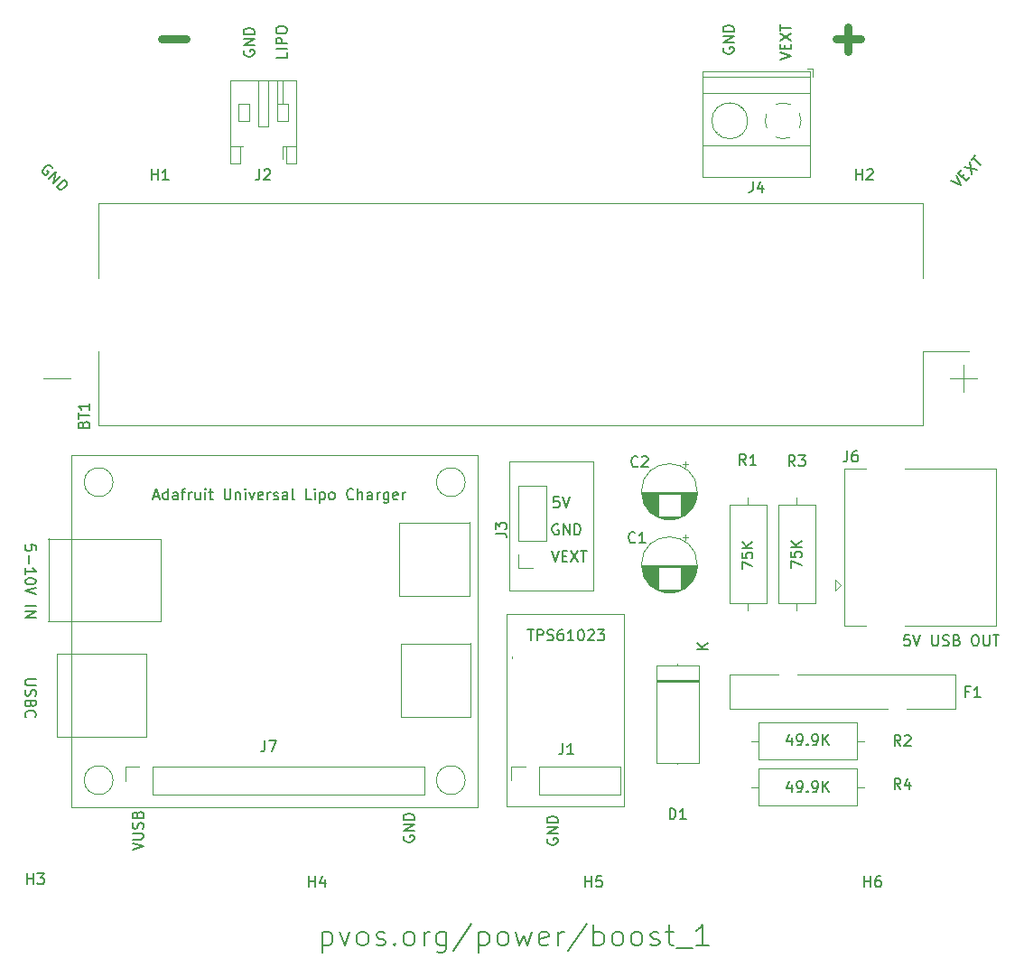
<source format=gbr>
%TF.GenerationSoftware,KiCad,Pcbnew,5.1.6-c6e7f7d~87~ubuntu18.04.1*%
%TF.CreationDate,2021-10-05T10:28:48-04:00*%
%TF.ProjectId,boosta,626f6f73-7461-42e6-9b69-6361645f7063,rev?*%
%TF.SameCoordinates,Original*%
%TF.FileFunction,Legend,Top*%
%TF.FilePolarity,Positive*%
%FSLAX46Y46*%
G04 Gerber Fmt 4.6, Leading zero omitted, Abs format (unit mm)*
G04 Created by KiCad (PCBNEW 5.1.6-c6e7f7d~87~ubuntu18.04.1) date 2021-10-05 10:28:48*
%MOMM*%
%LPD*%
G01*
G04 APERTURE LIST*
%ADD10C,0.150000*%
%ADD11C,0.750000*%
%ADD12C,0.120000*%
G04 APERTURE END LIST*
D10*
X113975047Y-135596380D02*
X113498857Y-135596380D01*
X113451238Y-136072571D01*
X113498857Y-136024952D01*
X113594095Y-135977333D01*
X113832190Y-135977333D01*
X113927428Y-136024952D01*
X113975047Y-136072571D01*
X114022666Y-136167809D01*
X114022666Y-136405904D01*
X113975047Y-136501142D01*
X113927428Y-136548761D01*
X113832190Y-136596380D01*
X113594095Y-136596380D01*
X113498857Y-136548761D01*
X113451238Y-136501142D01*
X114308380Y-135596380D02*
X114641714Y-136596380D01*
X114975047Y-135596380D01*
X116070285Y-135596380D02*
X116070285Y-136405904D01*
X116117904Y-136501142D01*
X116165523Y-136548761D01*
X116260761Y-136596380D01*
X116451238Y-136596380D01*
X116546476Y-136548761D01*
X116594095Y-136501142D01*
X116641714Y-136405904D01*
X116641714Y-135596380D01*
X117070285Y-136548761D02*
X117213142Y-136596380D01*
X117451238Y-136596380D01*
X117546476Y-136548761D01*
X117594095Y-136501142D01*
X117641714Y-136405904D01*
X117641714Y-136310666D01*
X117594095Y-136215428D01*
X117546476Y-136167809D01*
X117451238Y-136120190D01*
X117260761Y-136072571D01*
X117165523Y-136024952D01*
X117117904Y-135977333D01*
X117070285Y-135882095D01*
X117070285Y-135786857D01*
X117117904Y-135691619D01*
X117165523Y-135644000D01*
X117260761Y-135596380D01*
X117498857Y-135596380D01*
X117641714Y-135644000D01*
X118403619Y-136072571D02*
X118546476Y-136120190D01*
X118594095Y-136167809D01*
X118641714Y-136263047D01*
X118641714Y-136405904D01*
X118594095Y-136501142D01*
X118546476Y-136548761D01*
X118451238Y-136596380D01*
X118070285Y-136596380D01*
X118070285Y-135596380D01*
X118403619Y-135596380D01*
X118498857Y-135644000D01*
X118546476Y-135691619D01*
X118594095Y-135786857D01*
X118594095Y-135882095D01*
X118546476Y-135977333D01*
X118498857Y-136024952D01*
X118403619Y-136072571D01*
X118070285Y-136072571D01*
X120022666Y-135596380D02*
X120213142Y-135596380D01*
X120308380Y-135644000D01*
X120403619Y-135739238D01*
X120451238Y-135929714D01*
X120451238Y-136263047D01*
X120403619Y-136453523D01*
X120308380Y-136548761D01*
X120213142Y-136596380D01*
X120022666Y-136596380D01*
X119927428Y-136548761D01*
X119832190Y-136453523D01*
X119784571Y-136263047D01*
X119784571Y-135929714D01*
X119832190Y-135739238D01*
X119927428Y-135644000D01*
X120022666Y-135596380D01*
X120879809Y-135596380D02*
X120879809Y-136405904D01*
X120927428Y-136501142D01*
X120975047Y-136548761D01*
X121070285Y-136596380D01*
X121260761Y-136596380D01*
X121356000Y-136548761D01*
X121403619Y-136501142D01*
X121451238Y-136405904D01*
X121451238Y-135596380D01*
X121784571Y-135596380D02*
X122356000Y-135596380D01*
X122070285Y-136596380D02*
X122070285Y-135596380D01*
X32043619Y-139716095D02*
X31234095Y-139716095D01*
X31138857Y-139763714D01*
X31091238Y-139811333D01*
X31043619Y-139906571D01*
X31043619Y-140097047D01*
X31091238Y-140192285D01*
X31138857Y-140239904D01*
X31234095Y-140287523D01*
X32043619Y-140287523D01*
X31091238Y-140716095D02*
X31043619Y-140858952D01*
X31043619Y-141097047D01*
X31091238Y-141192285D01*
X31138857Y-141239904D01*
X31234095Y-141287523D01*
X31329333Y-141287523D01*
X31424571Y-141239904D01*
X31472190Y-141192285D01*
X31519809Y-141097047D01*
X31567428Y-140906571D01*
X31615047Y-140811333D01*
X31662666Y-140763714D01*
X31757904Y-140716095D01*
X31853142Y-140716095D01*
X31948380Y-140763714D01*
X31996000Y-140811333D01*
X32043619Y-140906571D01*
X32043619Y-141144666D01*
X31996000Y-141287523D01*
X31567428Y-142049428D02*
X31519809Y-142192285D01*
X31472190Y-142239904D01*
X31376952Y-142287523D01*
X31234095Y-142287523D01*
X31138857Y-142239904D01*
X31091238Y-142192285D01*
X31043619Y-142097047D01*
X31043619Y-141716095D01*
X32043619Y-141716095D01*
X32043619Y-142049428D01*
X31996000Y-142144666D01*
X31948380Y-142192285D01*
X31853142Y-142239904D01*
X31757904Y-142239904D01*
X31662666Y-142192285D01*
X31615047Y-142144666D01*
X31567428Y-142049428D01*
X31567428Y-141716095D01*
X31138857Y-143287523D02*
X31091238Y-143239904D01*
X31043619Y-143097047D01*
X31043619Y-143001809D01*
X31091238Y-142858952D01*
X31186476Y-142763714D01*
X31281714Y-142716095D01*
X31472190Y-142668476D01*
X31615047Y-142668476D01*
X31805523Y-142716095D01*
X31900761Y-142763714D01*
X31996000Y-142858952D01*
X32043619Y-143001809D01*
X32043619Y-143097047D01*
X31996000Y-143239904D01*
X31948380Y-143287523D01*
X32043619Y-127651238D02*
X32043619Y-127175047D01*
X31567428Y-127127428D01*
X31615047Y-127175047D01*
X31662666Y-127270285D01*
X31662666Y-127508380D01*
X31615047Y-127603619D01*
X31567428Y-127651238D01*
X31472190Y-127698857D01*
X31234095Y-127698857D01*
X31138857Y-127651238D01*
X31091238Y-127603619D01*
X31043619Y-127508380D01*
X31043619Y-127270285D01*
X31091238Y-127175047D01*
X31138857Y-127127428D01*
X31424571Y-128127428D02*
X31424571Y-128889333D01*
X31043619Y-129889333D02*
X31043619Y-129317904D01*
X31043619Y-129603619D02*
X32043619Y-129603619D01*
X31900761Y-129508380D01*
X31805523Y-129413142D01*
X31757904Y-129317904D01*
X32043619Y-130508380D02*
X32043619Y-130603619D01*
X31996000Y-130698857D01*
X31948380Y-130746476D01*
X31853142Y-130794095D01*
X31662666Y-130841714D01*
X31424571Y-130841714D01*
X31234095Y-130794095D01*
X31138857Y-130746476D01*
X31091238Y-130698857D01*
X31043619Y-130603619D01*
X31043619Y-130508380D01*
X31091238Y-130413142D01*
X31138857Y-130365523D01*
X31234095Y-130317904D01*
X31424571Y-130270285D01*
X31662666Y-130270285D01*
X31853142Y-130317904D01*
X31948380Y-130365523D01*
X31996000Y-130413142D01*
X32043619Y-130508380D01*
X32043619Y-131127428D02*
X31043619Y-131460761D01*
X32043619Y-131794095D01*
X31043619Y-132889333D02*
X32043619Y-132889333D01*
X31043619Y-133365523D02*
X32043619Y-133365523D01*
X31043619Y-133936952D01*
X32043619Y-133936952D01*
X78145142Y-135088380D02*
X78716571Y-135088380D01*
X78430857Y-136088380D02*
X78430857Y-135088380D01*
X79049904Y-136088380D02*
X79049904Y-135088380D01*
X79430857Y-135088380D01*
X79526095Y-135136000D01*
X79573714Y-135183619D01*
X79621333Y-135278857D01*
X79621333Y-135421714D01*
X79573714Y-135516952D01*
X79526095Y-135564571D01*
X79430857Y-135612190D01*
X79049904Y-135612190D01*
X80002285Y-136040761D02*
X80145142Y-136088380D01*
X80383238Y-136088380D01*
X80478476Y-136040761D01*
X80526095Y-135993142D01*
X80573714Y-135897904D01*
X80573714Y-135802666D01*
X80526095Y-135707428D01*
X80478476Y-135659809D01*
X80383238Y-135612190D01*
X80192761Y-135564571D01*
X80097523Y-135516952D01*
X80049904Y-135469333D01*
X80002285Y-135374095D01*
X80002285Y-135278857D01*
X80049904Y-135183619D01*
X80097523Y-135136000D01*
X80192761Y-135088380D01*
X80430857Y-135088380D01*
X80573714Y-135136000D01*
X81430857Y-135088380D02*
X81240380Y-135088380D01*
X81145142Y-135136000D01*
X81097523Y-135183619D01*
X81002285Y-135326476D01*
X80954666Y-135516952D01*
X80954666Y-135897904D01*
X81002285Y-135993142D01*
X81049904Y-136040761D01*
X81145142Y-136088380D01*
X81335619Y-136088380D01*
X81430857Y-136040761D01*
X81478476Y-135993142D01*
X81526095Y-135897904D01*
X81526095Y-135659809D01*
X81478476Y-135564571D01*
X81430857Y-135516952D01*
X81335619Y-135469333D01*
X81145142Y-135469333D01*
X81049904Y-135516952D01*
X81002285Y-135564571D01*
X80954666Y-135659809D01*
X82478476Y-136088380D02*
X81907047Y-136088380D01*
X82192761Y-136088380D02*
X82192761Y-135088380D01*
X82097523Y-135231238D01*
X82002285Y-135326476D01*
X81907047Y-135374095D01*
X83097523Y-135088380D02*
X83192761Y-135088380D01*
X83288000Y-135136000D01*
X83335619Y-135183619D01*
X83383238Y-135278857D01*
X83430857Y-135469333D01*
X83430857Y-135707428D01*
X83383238Y-135897904D01*
X83335619Y-135993142D01*
X83288000Y-136040761D01*
X83192761Y-136088380D01*
X83097523Y-136088380D01*
X83002285Y-136040761D01*
X82954666Y-135993142D01*
X82907047Y-135897904D01*
X82859428Y-135707428D01*
X82859428Y-135469333D01*
X82907047Y-135278857D01*
X82954666Y-135183619D01*
X83002285Y-135136000D01*
X83097523Y-135088380D01*
X83811809Y-135183619D02*
X83859428Y-135136000D01*
X83954666Y-135088380D01*
X84192761Y-135088380D01*
X84288000Y-135136000D01*
X84335619Y-135183619D01*
X84383238Y-135278857D01*
X84383238Y-135374095D01*
X84335619Y-135516952D01*
X83764190Y-136088380D01*
X84383238Y-136088380D01*
X84716571Y-135088380D02*
X85335619Y-135088380D01*
X85002285Y-135469333D01*
X85145142Y-135469333D01*
X85240380Y-135516952D01*
X85288000Y-135564571D01*
X85335619Y-135659809D01*
X85335619Y-135897904D01*
X85288000Y-135993142D01*
X85240380Y-136040761D01*
X85145142Y-136088380D01*
X84859428Y-136088380D01*
X84764190Y-136040761D01*
X84716571Y-135993142D01*
X43102095Y-122594666D02*
X43578285Y-122594666D01*
X43006857Y-122880380D02*
X43340190Y-121880380D01*
X43673523Y-122880380D01*
X44435428Y-122880380D02*
X44435428Y-121880380D01*
X44435428Y-122832761D02*
X44340190Y-122880380D01*
X44149714Y-122880380D01*
X44054476Y-122832761D01*
X44006857Y-122785142D01*
X43959238Y-122689904D01*
X43959238Y-122404190D01*
X44006857Y-122308952D01*
X44054476Y-122261333D01*
X44149714Y-122213714D01*
X44340190Y-122213714D01*
X44435428Y-122261333D01*
X45340190Y-122880380D02*
X45340190Y-122356571D01*
X45292571Y-122261333D01*
X45197333Y-122213714D01*
X45006857Y-122213714D01*
X44911619Y-122261333D01*
X45340190Y-122832761D02*
X45244952Y-122880380D01*
X45006857Y-122880380D01*
X44911619Y-122832761D01*
X44864000Y-122737523D01*
X44864000Y-122642285D01*
X44911619Y-122547047D01*
X45006857Y-122499428D01*
X45244952Y-122499428D01*
X45340190Y-122451809D01*
X45673523Y-122213714D02*
X46054476Y-122213714D01*
X45816380Y-122880380D02*
X45816380Y-122023238D01*
X45864000Y-121928000D01*
X45959238Y-121880380D01*
X46054476Y-121880380D01*
X46387809Y-122880380D02*
X46387809Y-122213714D01*
X46387809Y-122404190D02*
X46435428Y-122308952D01*
X46483047Y-122261333D01*
X46578285Y-122213714D01*
X46673523Y-122213714D01*
X47435428Y-122213714D02*
X47435428Y-122880380D01*
X47006857Y-122213714D02*
X47006857Y-122737523D01*
X47054476Y-122832761D01*
X47149714Y-122880380D01*
X47292571Y-122880380D01*
X47387809Y-122832761D01*
X47435428Y-122785142D01*
X47911619Y-122880380D02*
X47911619Y-122213714D01*
X47911619Y-121880380D02*
X47864000Y-121928000D01*
X47911619Y-121975619D01*
X47959238Y-121928000D01*
X47911619Y-121880380D01*
X47911619Y-121975619D01*
X48244952Y-122213714D02*
X48625904Y-122213714D01*
X48387809Y-121880380D02*
X48387809Y-122737523D01*
X48435428Y-122832761D01*
X48530666Y-122880380D01*
X48625904Y-122880380D01*
X49721142Y-121880380D02*
X49721142Y-122689904D01*
X49768761Y-122785142D01*
X49816380Y-122832761D01*
X49911619Y-122880380D01*
X50102095Y-122880380D01*
X50197333Y-122832761D01*
X50244952Y-122785142D01*
X50292571Y-122689904D01*
X50292571Y-121880380D01*
X50768761Y-122213714D02*
X50768761Y-122880380D01*
X50768761Y-122308952D02*
X50816380Y-122261333D01*
X50911619Y-122213714D01*
X51054476Y-122213714D01*
X51149714Y-122261333D01*
X51197333Y-122356571D01*
X51197333Y-122880380D01*
X51673523Y-122880380D02*
X51673523Y-122213714D01*
X51673523Y-121880380D02*
X51625904Y-121928000D01*
X51673523Y-121975619D01*
X51721142Y-121928000D01*
X51673523Y-121880380D01*
X51673523Y-121975619D01*
X52054476Y-122213714D02*
X52292571Y-122880380D01*
X52530666Y-122213714D01*
X53292571Y-122832761D02*
X53197333Y-122880380D01*
X53006857Y-122880380D01*
X52911619Y-122832761D01*
X52863999Y-122737523D01*
X52863999Y-122356571D01*
X52911619Y-122261333D01*
X53006857Y-122213714D01*
X53197333Y-122213714D01*
X53292571Y-122261333D01*
X53340190Y-122356571D01*
X53340190Y-122451809D01*
X52863999Y-122547047D01*
X53768761Y-122880380D02*
X53768761Y-122213714D01*
X53768761Y-122404190D02*
X53816380Y-122308952D01*
X53863999Y-122261333D01*
X53959238Y-122213714D01*
X54054476Y-122213714D01*
X54340190Y-122832761D02*
X54435428Y-122880380D01*
X54625904Y-122880380D01*
X54721142Y-122832761D01*
X54768761Y-122737523D01*
X54768761Y-122689904D01*
X54721142Y-122594666D01*
X54625904Y-122547047D01*
X54483047Y-122547047D01*
X54387809Y-122499428D01*
X54340190Y-122404190D01*
X54340190Y-122356571D01*
X54387809Y-122261333D01*
X54483047Y-122213714D01*
X54625904Y-122213714D01*
X54721142Y-122261333D01*
X55625904Y-122880380D02*
X55625904Y-122356571D01*
X55578285Y-122261333D01*
X55483047Y-122213714D01*
X55292571Y-122213714D01*
X55197333Y-122261333D01*
X55625904Y-122832761D02*
X55530666Y-122880380D01*
X55292571Y-122880380D01*
X55197333Y-122832761D01*
X55149714Y-122737523D01*
X55149714Y-122642285D01*
X55197333Y-122547047D01*
X55292571Y-122499428D01*
X55530666Y-122499428D01*
X55625904Y-122451809D01*
X56244952Y-122880380D02*
X56149714Y-122832761D01*
X56102095Y-122737523D01*
X56102095Y-121880380D01*
X57863999Y-122880380D02*
X57387809Y-122880380D01*
X57387809Y-121880380D01*
X58197333Y-122880380D02*
X58197333Y-122213714D01*
X58197333Y-121880380D02*
X58149714Y-121928000D01*
X58197333Y-121975619D01*
X58244952Y-121928000D01*
X58197333Y-121880380D01*
X58197333Y-121975619D01*
X58673523Y-122213714D02*
X58673523Y-123213714D01*
X58673523Y-122261333D02*
X58768761Y-122213714D01*
X58959238Y-122213714D01*
X59054476Y-122261333D01*
X59102095Y-122308952D01*
X59149714Y-122404190D01*
X59149714Y-122689904D01*
X59102095Y-122785142D01*
X59054476Y-122832761D01*
X58959238Y-122880380D01*
X58768761Y-122880380D01*
X58673523Y-122832761D01*
X59721142Y-122880380D02*
X59625904Y-122832761D01*
X59578285Y-122785142D01*
X59530666Y-122689904D01*
X59530666Y-122404190D01*
X59578285Y-122308952D01*
X59625904Y-122261333D01*
X59721142Y-122213714D01*
X59863999Y-122213714D01*
X59959238Y-122261333D01*
X60006857Y-122308952D01*
X60054476Y-122404190D01*
X60054476Y-122689904D01*
X60006857Y-122785142D01*
X59959238Y-122832761D01*
X59863999Y-122880380D01*
X59721142Y-122880380D01*
X61816380Y-122785142D02*
X61768761Y-122832761D01*
X61625904Y-122880380D01*
X61530666Y-122880380D01*
X61387809Y-122832761D01*
X61292571Y-122737523D01*
X61244952Y-122642285D01*
X61197333Y-122451809D01*
X61197333Y-122308952D01*
X61244952Y-122118476D01*
X61292571Y-122023238D01*
X61387809Y-121928000D01*
X61530666Y-121880380D01*
X61625904Y-121880380D01*
X61768761Y-121928000D01*
X61816380Y-121975619D01*
X62244952Y-122880380D02*
X62244952Y-121880380D01*
X62673523Y-122880380D02*
X62673523Y-122356571D01*
X62625904Y-122261333D01*
X62530666Y-122213714D01*
X62387809Y-122213714D01*
X62292571Y-122261333D01*
X62244952Y-122308952D01*
X63578285Y-122880380D02*
X63578285Y-122356571D01*
X63530666Y-122261333D01*
X63435428Y-122213714D01*
X63244952Y-122213714D01*
X63149714Y-122261333D01*
X63578285Y-122832761D02*
X63483047Y-122880380D01*
X63244952Y-122880380D01*
X63149714Y-122832761D01*
X63102095Y-122737523D01*
X63102095Y-122642285D01*
X63149714Y-122547047D01*
X63244952Y-122499428D01*
X63483047Y-122499428D01*
X63578285Y-122451809D01*
X64054476Y-122880380D02*
X64054476Y-122213714D01*
X64054476Y-122404190D02*
X64102095Y-122308952D01*
X64149714Y-122261333D01*
X64244952Y-122213714D01*
X64340190Y-122213714D01*
X65102095Y-122213714D02*
X65102095Y-123023238D01*
X65054476Y-123118476D01*
X65006857Y-123166095D01*
X64911619Y-123213714D01*
X64768761Y-123213714D01*
X64673523Y-123166095D01*
X65102095Y-122832761D02*
X65006857Y-122880380D01*
X64816380Y-122880380D01*
X64721142Y-122832761D01*
X64673523Y-122785142D01*
X64625904Y-122689904D01*
X64625904Y-122404190D01*
X64673523Y-122308952D01*
X64721142Y-122261333D01*
X64816380Y-122213714D01*
X65006857Y-122213714D01*
X65102095Y-122261333D01*
X65959238Y-122832761D02*
X65863999Y-122880380D01*
X65673523Y-122880380D01*
X65578285Y-122832761D01*
X65530666Y-122737523D01*
X65530666Y-122356571D01*
X65578285Y-122261333D01*
X65673523Y-122213714D01*
X65863999Y-122213714D01*
X65959238Y-122261333D01*
X66006857Y-122356571D01*
X66006857Y-122451809D01*
X65530666Y-122547047D01*
X66435428Y-122880380D02*
X66435428Y-122213714D01*
X66435428Y-122404190D02*
X66483047Y-122308952D01*
X66530666Y-122261333D01*
X66625904Y-122213714D01*
X66721142Y-122213714D01*
D11*
X107061142Y-79716285D02*
X109346857Y-79716285D01*
X108204000Y-80859142D02*
X108204000Y-78573428D01*
X43815142Y-79716285D02*
X46100857Y-79716285D01*
D10*
X117831099Y-92976450D02*
X118773908Y-93447854D01*
X118302503Y-92505045D01*
X118874923Y-92606061D02*
X119110625Y-92370358D01*
X119582030Y-92639732D02*
X119245312Y-92976450D01*
X118538206Y-92269343D01*
X118874923Y-91932625D01*
X119110625Y-91696923D02*
X120289137Y-91932625D01*
X119582030Y-91225519D02*
X119817732Y-92404030D01*
X119750389Y-91057160D02*
X120154450Y-90653099D01*
X120659526Y-91562236D02*
X119952419Y-90855129D01*
X33596805Y-91817698D02*
X33563133Y-91716683D01*
X33462118Y-91615668D01*
X33327431Y-91548324D01*
X33192744Y-91548324D01*
X33091729Y-91581996D01*
X32923370Y-91683011D01*
X32822355Y-91784026D01*
X32721339Y-91952385D01*
X32687668Y-92053400D01*
X32687668Y-92188087D01*
X32755011Y-92322774D01*
X32822355Y-92390118D01*
X32957042Y-92457461D01*
X33024385Y-92457461D01*
X33260087Y-92221759D01*
X33125400Y-92087072D01*
X33260087Y-92827851D02*
X33967194Y-92120744D01*
X33664148Y-93231912D01*
X34371255Y-92524805D01*
X34000866Y-93568629D02*
X34707973Y-92861522D01*
X34876331Y-93029881D01*
X34943675Y-93164568D01*
X34943675Y-93299255D01*
X34910003Y-93400270D01*
X34808988Y-93568629D01*
X34707973Y-93669644D01*
X34539614Y-93770660D01*
X34438599Y-93804331D01*
X34303912Y-93804331D01*
X34169225Y-93736988D01*
X34000866Y-93568629D01*
X101814380Y-81652857D02*
X102814380Y-81319523D01*
X101814380Y-80986190D01*
X102290571Y-80652857D02*
X102290571Y-80319523D01*
X102814380Y-80176666D02*
X102814380Y-80652857D01*
X101814380Y-80652857D01*
X101814380Y-80176666D01*
X101814380Y-79843333D02*
X102814380Y-79176666D01*
X101814380Y-79176666D02*
X102814380Y-79843333D01*
X101814380Y-78938571D02*
X101814380Y-78367142D01*
X102814380Y-78652857D02*
X101814380Y-78652857D01*
X96528000Y-80517904D02*
X96480380Y-80613142D01*
X96480380Y-80756000D01*
X96528000Y-80898857D01*
X96623238Y-80994095D01*
X96718476Y-81041714D01*
X96908952Y-81089333D01*
X97051809Y-81089333D01*
X97242285Y-81041714D01*
X97337523Y-80994095D01*
X97432761Y-80898857D01*
X97480380Y-80756000D01*
X97480380Y-80660761D01*
X97432761Y-80517904D01*
X97385142Y-80470285D01*
X97051809Y-80470285D01*
X97051809Y-80660761D01*
X97480380Y-80041714D02*
X96480380Y-80041714D01*
X97480380Y-79470285D01*
X96480380Y-79470285D01*
X97480380Y-78994095D02*
X96480380Y-78994095D01*
X96480380Y-78756000D01*
X96528000Y-78613142D01*
X96623238Y-78517904D01*
X96718476Y-78470285D01*
X96908952Y-78422666D01*
X97051809Y-78422666D01*
X97242285Y-78470285D01*
X97337523Y-78517904D01*
X97432761Y-78613142D01*
X97480380Y-78756000D01*
X97480380Y-78994095D01*
X51570000Y-80771904D02*
X51522380Y-80867142D01*
X51522380Y-81010000D01*
X51570000Y-81152857D01*
X51665238Y-81248095D01*
X51760476Y-81295714D01*
X51950952Y-81343333D01*
X52093809Y-81343333D01*
X52284285Y-81295714D01*
X52379523Y-81248095D01*
X52474761Y-81152857D01*
X52522380Y-81010000D01*
X52522380Y-80914761D01*
X52474761Y-80771904D01*
X52427142Y-80724285D01*
X52093809Y-80724285D01*
X52093809Y-80914761D01*
X52522380Y-80295714D02*
X51522380Y-80295714D01*
X52522380Y-79724285D01*
X51522380Y-79724285D01*
X52522380Y-79248095D02*
X51522380Y-79248095D01*
X51522380Y-79010000D01*
X51570000Y-78867142D01*
X51665238Y-78771904D01*
X51760476Y-78724285D01*
X51950952Y-78676666D01*
X52093809Y-78676666D01*
X52284285Y-78724285D01*
X52379523Y-78771904D01*
X52474761Y-78867142D01*
X52522380Y-79010000D01*
X52522380Y-79248095D01*
X55570380Y-80962380D02*
X55570380Y-81438571D01*
X54570380Y-81438571D01*
X55570380Y-80629047D02*
X54570380Y-80629047D01*
X55570380Y-80152857D02*
X54570380Y-80152857D01*
X54570380Y-79771904D01*
X54618000Y-79676666D01*
X54665619Y-79629047D01*
X54760857Y-79581428D01*
X54903714Y-79581428D01*
X54998952Y-79629047D01*
X55046571Y-79676666D01*
X55094190Y-79771904D01*
X55094190Y-80152857D01*
X54570380Y-78962380D02*
X54570380Y-78771904D01*
X54618000Y-78676666D01*
X54713238Y-78581428D01*
X54903714Y-78533809D01*
X55237047Y-78533809D01*
X55427523Y-78581428D01*
X55522761Y-78676666D01*
X55570380Y-78771904D01*
X55570380Y-78962380D01*
X55522761Y-79057619D01*
X55427523Y-79152857D01*
X55237047Y-79200476D01*
X54903714Y-79200476D01*
X54713238Y-79152857D01*
X54618000Y-79057619D01*
X54570380Y-78962380D01*
X81089523Y-122642380D02*
X80613333Y-122642380D01*
X80565714Y-123118571D01*
X80613333Y-123070952D01*
X80708571Y-123023333D01*
X80946666Y-123023333D01*
X81041904Y-123070952D01*
X81089523Y-123118571D01*
X81137142Y-123213809D01*
X81137142Y-123451904D01*
X81089523Y-123547142D01*
X81041904Y-123594761D01*
X80946666Y-123642380D01*
X80708571Y-123642380D01*
X80613333Y-123594761D01*
X80565714Y-123547142D01*
X81422857Y-122642380D02*
X81756190Y-123642380D01*
X82089523Y-122642380D01*
X81026095Y-125230000D02*
X80930857Y-125182380D01*
X80788000Y-125182380D01*
X80645142Y-125230000D01*
X80549904Y-125325238D01*
X80502285Y-125420476D01*
X80454666Y-125610952D01*
X80454666Y-125753809D01*
X80502285Y-125944285D01*
X80549904Y-126039523D01*
X80645142Y-126134761D01*
X80788000Y-126182380D01*
X80883238Y-126182380D01*
X81026095Y-126134761D01*
X81073714Y-126087142D01*
X81073714Y-125753809D01*
X80883238Y-125753809D01*
X81502285Y-126182380D02*
X81502285Y-125182380D01*
X82073714Y-126182380D01*
X82073714Y-125182380D01*
X82549904Y-126182380D02*
X82549904Y-125182380D01*
X82788000Y-125182380D01*
X82930857Y-125230000D01*
X83026095Y-125325238D01*
X83073714Y-125420476D01*
X83121333Y-125610952D01*
X83121333Y-125753809D01*
X83073714Y-125944285D01*
X83026095Y-126039523D01*
X82930857Y-126134761D01*
X82788000Y-126182380D01*
X82549904Y-126182380D01*
X80399142Y-127722380D02*
X80732476Y-128722380D01*
X81065809Y-127722380D01*
X81399142Y-128198571D02*
X81732476Y-128198571D01*
X81875333Y-128722380D02*
X81399142Y-128722380D01*
X81399142Y-127722380D01*
X81875333Y-127722380D01*
X82208666Y-127722380D02*
X82875333Y-128722380D01*
X82875333Y-127722380D02*
X82208666Y-128722380D01*
X83113428Y-127722380D02*
X83684857Y-127722380D01*
X83399142Y-128722380D02*
X83399142Y-127722380D01*
X80018000Y-154685904D02*
X79970380Y-154781142D01*
X79970380Y-154924000D01*
X80018000Y-155066857D01*
X80113238Y-155162095D01*
X80208476Y-155209714D01*
X80398952Y-155257333D01*
X80541809Y-155257333D01*
X80732285Y-155209714D01*
X80827523Y-155162095D01*
X80922761Y-155066857D01*
X80970380Y-154924000D01*
X80970380Y-154828761D01*
X80922761Y-154685904D01*
X80875142Y-154638285D01*
X80541809Y-154638285D01*
X80541809Y-154828761D01*
X80970380Y-154209714D02*
X79970380Y-154209714D01*
X80970380Y-153638285D01*
X79970380Y-153638285D01*
X80970380Y-153162095D02*
X79970380Y-153162095D01*
X79970380Y-152924000D01*
X80018000Y-152781142D01*
X80113238Y-152685904D01*
X80208476Y-152638285D01*
X80398952Y-152590666D01*
X80541809Y-152590666D01*
X80732285Y-152638285D01*
X80827523Y-152685904D01*
X80922761Y-152781142D01*
X80970380Y-152924000D01*
X80970380Y-153162095D01*
X66556000Y-154431904D02*
X66508380Y-154527142D01*
X66508380Y-154670000D01*
X66556000Y-154812857D01*
X66651238Y-154908095D01*
X66746476Y-154955714D01*
X66936952Y-155003333D01*
X67079809Y-155003333D01*
X67270285Y-154955714D01*
X67365523Y-154908095D01*
X67460761Y-154812857D01*
X67508380Y-154670000D01*
X67508380Y-154574761D01*
X67460761Y-154431904D01*
X67413142Y-154384285D01*
X67079809Y-154384285D01*
X67079809Y-154574761D01*
X67508380Y-153955714D02*
X66508380Y-153955714D01*
X67508380Y-153384285D01*
X66508380Y-153384285D01*
X67508380Y-152908095D02*
X66508380Y-152908095D01*
X66508380Y-152670000D01*
X66556000Y-152527142D01*
X66651238Y-152431904D01*
X66746476Y-152384285D01*
X66936952Y-152336666D01*
X67079809Y-152336666D01*
X67270285Y-152384285D01*
X67365523Y-152431904D01*
X67460761Y-152527142D01*
X67508380Y-152670000D01*
X67508380Y-152908095D01*
X41108380Y-155757333D02*
X42108380Y-155424000D01*
X41108380Y-155090666D01*
X41108380Y-154757333D02*
X41917904Y-154757333D01*
X42013142Y-154709714D01*
X42060761Y-154662095D01*
X42108380Y-154566857D01*
X42108380Y-154376380D01*
X42060761Y-154281142D01*
X42013142Y-154233523D01*
X41917904Y-154185904D01*
X41108380Y-154185904D01*
X42060761Y-153757333D02*
X42108380Y-153614476D01*
X42108380Y-153376380D01*
X42060761Y-153281142D01*
X42013142Y-153233523D01*
X41917904Y-153185904D01*
X41822666Y-153185904D01*
X41727428Y-153233523D01*
X41679809Y-153281142D01*
X41632190Y-153376380D01*
X41584571Y-153566857D01*
X41536952Y-153662095D01*
X41489333Y-153709714D01*
X41394095Y-153757333D01*
X41298857Y-153757333D01*
X41203619Y-153709714D01*
X41156000Y-153662095D01*
X41108380Y-153566857D01*
X41108380Y-153328761D01*
X41156000Y-153185904D01*
X41584571Y-152424000D02*
X41632190Y-152281142D01*
X41679809Y-152233523D01*
X41775047Y-152185904D01*
X41917904Y-152185904D01*
X42013142Y-152233523D01*
X42060761Y-152281142D01*
X42108380Y-152376380D01*
X42108380Y-152757333D01*
X41108380Y-152757333D01*
X41108380Y-152424000D01*
X41156000Y-152328761D01*
X41203619Y-152281142D01*
X41298857Y-152233523D01*
X41394095Y-152233523D01*
X41489333Y-152281142D01*
X41536952Y-152328761D01*
X41584571Y-152424000D01*
X41584571Y-152757333D01*
D12*
X76690000Y-137614000D02*
X76690000Y-137764000D01*
X76210000Y-151624000D02*
X87210000Y-151624000D01*
X87210000Y-133624000D02*
X87210000Y-151624000D01*
X76210000Y-133624000D02*
X76210000Y-151624000D01*
X76210000Y-133624000D02*
X87210000Y-133624000D01*
X72830000Y-136390000D02*
X66250000Y-136390000D01*
X66250000Y-136390000D02*
X66250000Y-143250000D01*
X66250000Y-143250000D02*
X72830000Y-143250000D01*
X72830000Y-143250000D02*
X72830000Y-136350000D01*
X72720000Y-131910000D02*
X72720000Y-125010000D01*
X66140000Y-131910000D02*
X72720000Y-131910000D01*
X66140000Y-125050000D02*
X66140000Y-131910000D01*
X72720000Y-125050000D02*
X66140000Y-125050000D01*
X34000000Y-137360000D02*
X34380000Y-137360000D01*
X34000000Y-145130000D02*
X34000000Y-137360000D01*
X42380000Y-145130000D02*
X34000000Y-145130000D01*
X42380000Y-137360000D02*
X42380000Y-145130000D01*
X34360000Y-137360000D02*
X42380000Y-137360000D01*
X33160000Y-126560000D02*
X33810000Y-126560000D01*
X33220000Y-134230000D02*
X33220000Y-126530000D01*
X43750000Y-134260000D02*
X33160000Y-134260000D01*
X43750000Y-126560000D02*
X43750000Y-134260000D01*
X33770000Y-126560000D02*
X43750000Y-126560000D01*
X76454000Y-131418000D02*
X84304000Y-131418000D01*
X84304000Y-119348000D02*
X84304000Y-131418000D01*
X76454000Y-119348000D02*
X76454000Y-131418000D01*
X76454000Y-119348000D02*
X84304000Y-119348000D01*
X73490000Y-118720000D02*
X73490000Y-151740000D01*
X35390000Y-151740000D02*
X73490000Y-151740000D01*
X72300000Y-149200000D02*
G75*
G03*
X72300000Y-149200000I-1350000J0D01*
G01*
X39280000Y-149200000D02*
G75*
G03*
X39280000Y-149200000I-1350000J0D01*
G01*
X72300000Y-121260000D02*
G75*
G03*
X72300000Y-121260000I-1350000J0D01*
G01*
X39280000Y-121260000D02*
G75*
G03*
X39280000Y-121260000I-1350000J0D01*
G01*
X35390000Y-118720000D02*
X35390000Y-151740000D01*
X35390000Y-118720000D02*
X73490000Y-118720000D01*
D10*
X58914380Y-163401428D02*
X58914380Y-165401428D01*
X58914380Y-163496666D02*
X59104857Y-163401428D01*
X59485809Y-163401428D01*
X59676285Y-163496666D01*
X59771523Y-163591904D01*
X59866761Y-163782380D01*
X59866761Y-164353809D01*
X59771523Y-164544285D01*
X59676285Y-164639523D01*
X59485809Y-164734761D01*
X59104857Y-164734761D01*
X58914380Y-164639523D01*
X60533428Y-163401428D02*
X61009619Y-164734761D01*
X61485809Y-163401428D01*
X62533428Y-164734761D02*
X62342952Y-164639523D01*
X62247714Y-164544285D01*
X62152476Y-164353809D01*
X62152476Y-163782380D01*
X62247714Y-163591904D01*
X62342952Y-163496666D01*
X62533428Y-163401428D01*
X62819142Y-163401428D01*
X63009619Y-163496666D01*
X63104857Y-163591904D01*
X63200095Y-163782380D01*
X63200095Y-164353809D01*
X63104857Y-164544285D01*
X63009619Y-164639523D01*
X62819142Y-164734761D01*
X62533428Y-164734761D01*
X63962000Y-164639523D02*
X64152476Y-164734761D01*
X64533428Y-164734761D01*
X64723904Y-164639523D01*
X64819142Y-164449047D01*
X64819142Y-164353809D01*
X64723904Y-164163333D01*
X64533428Y-164068095D01*
X64247714Y-164068095D01*
X64057238Y-163972857D01*
X63962000Y-163782380D01*
X63962000Y-163687142D01*
X64057238Y-163496666D01*
X64247714Y-163401428D01*
X64533428Y-163401428D01*
X64723904Y-163496666D01*
X65676285Y-164544285D02*
X65771523Y-164639523D01*
X65676285Y-164734761D01*
X65581047Y-164639523D01*
X65676285Y-164544285D01*
X65676285Y-164734761D01*
X66914380Y-164734761D02*
X66723904Y-164639523D01*
X66628666Y-164544285D01*
X66533428Y-164353809D01*
X66533428Y-163782380D01*
X66628666Y-163591904D01*
X66723904Y-163496666D01*
X66914380Y-163401428D01*
X67200095Y-163401428D01*
X67390571Y-163496666D01*
X67485809Y-163591904D01*
X67581047Y-163782380D01*
X67581047Y-164353809D01*
X67485809Y-164544285D01*
X67390571Y-164639523D01*
X67200095Y-164734761D01*
X66914380Y-164734761D01*
X68438190Y-164734761D02*
X68438190Y-163401428D01*
X68438190Y-163782380D02*
X68533428Y-163591904D01*
X68628666Y-163496666D01*
X68819142Y-163401428D01*
X69009619Y-163401428D01*
X70533428Y-163401428D02*
X70533428Y-165020476D01*
X70438190Y-165210952D01*
X70342952Y-165306190D01*
X70152476Y-165401428D01*
X69866761Y-165401428D01*
X69676285Y-165306190D01*
X70533428Y-164639523D02*
X70342952Y-164734761D01*
X69962000Y-164734761D01*
X69771523Y-164639523D01*
X69676285Y-164544285D01*
X69581047Y-164353809D01*
X69581047Y-163782380D01*
X69676285Y-163591904D01*
X69771523Y-163496666D01*
X69962000Y-163401428D01*
X70342952Y-163401428D01*
X70533428Y-163496666D01*
X72914380Y-162639523D02*
X71200095Y-165210952D01*
X73581047Y-163401428D02*
X73581047Y-165401428D01*
X73581047Y-163496666D02*
X73771523Y-163401428D01*
X74152476Y-163401428D01*
X74342952Y-163496666D01*
X74438190Y-163591904D01*
X74533428Y-163782380D01*
X74533428Y-164353809D01*
X74438190Y-164544285D01*
X74342952Y-164639523D01*
X74152476Y-164734761D01*
X73771523Y-164734761D01*
X73581047Y-164639523D01*
X75676285Y-164734761D02*
X75485809Y-164639523D01*
X75390571Y-164544285D01*
X75295333Y-164353809D01*
X75295333Y-163782380D01*
X75390571Y-163591904D01*
X75485809Y-163496666D01*
X75676285Y-163401428D01*
X75962000Y-163401428D01*
X76152476Y-163496666D01*
X76247714Y-163591904D01*
X76342952Y-163782380D01*
X76342952Y-164353809D01*
X76247714Y-164544285D01*
X76152476Y-164639523D01*
X75962000Y-164734761D01*
X75676285Y-164734761D01*
X77009619Y-163401428D02*
X77390571Y-164734761D01*
X77771523Y-163782380D01*
X78152476Y-164734761D01*
X78533428Y-163401428D01*
X80057238Y-164639523D02*
X79866761Y-164734761D01*
X79485809Y-164734761D01*
X79295333Y-164639523D01*
X79200095Y-164449047D01*
X79200095Y-163687142D01*
X79295333Y-163496666D01*
X79485809Y-163401428D01*
X79866761Y-163401428D01*
X80057238Y-163496666D01*
X80152476Y-163687142D01*
X80152476Y-163877619D01*
X79200095Y-164068095D01*
X81009619Y-164734761D02*
X81009619Y-163401428D01*
X81009619Y-163782380D02*
X81104857Y-163591904D01*
X81200095Y-163496666D01*
X81390571Y-163401428D01*
X81581047Y-163401428D01*
X83676285Y-162639523D02*
X81962000Y-165210952D01*
X84342952Y-164734761D02*
X84342952Y-162734761D01*
X84342952Y-163496666D02*
X84533428Y-163401428D01*
X84914380Y-163401428D01*
X85104857Y-163496666D01*
X85200095Y-163591904D01*
X85295333Y-163782380D01*
X85295333Y-164353809D01*
X85200095Y-164544285D01*
X85104857Y-164639523D01*
X84914380Y-164734761D01*
X84533428Y-164734761D01*
X84342952Y-164639523D01*
X86438190Y-164734761D02*
X86247714Y-164639523D01*
X86152476Y-164544285D01*
X86057238Y-164353809D01*
X86057238Y-163782380D01*
X86152476Y-163591904D01*
X86247714Y-163496666D01*
X86438190Y-163401428D01*
X86723904Y-163401428D01*
X86914380Y-163496666D01*
X87009619Y-163591904D01*
X87104857Y-163782380D01*
X87104857Y-164353809D01*
X87009619Y-164544285D01*
X86914380Y-164639523D01*
X86723904Y-164734761D01*
X86438190Y-164734761D01*
X88247714Y-164734761D02*
X88057238Y-164639523D01*
X87962000Y-164544285D01*
X87866761Y-164353809D01*
X87866761Y-163782380D01*
X87962000Y-163591904D01*
X88057238Y-163496666D01*
X88247714Y-163401428D01*
X88533428Y-163401428D01*
X88723904Y-163496666D01*
X88819142Y-163591904D01*
X88914380Y-163782380D01*
X88914380Y-164353809D01*
X88819142Y-164544285D01*
X88723904Y-164639523D01*
X88533428Y-164734761D01*
X88247714Y-164734761D01*
X89676285Y-164639523D02*
X89866761Y-164734761D01*
X90247714Y-164734761D01*
X90438190Y-164639523D01*
X90533428Y-164449047D01*
X90533428Y-164353809D01*
X90438190Y-164163333D01*
X90247714Y-164068095D01*
X89962000Y-164068095D01*
X89771523Y-163972857D01*
X89676285Y-163782380D01*
X89676285Y-163687142D01*
X89771523Y-163496666D01*
X89962000Y-163401428D01*
X90247714Y-163401428D01*
X90438190Y-163496666D01*
X91104857Y-163401428D02*
X91866761Y-163401428D01*
X91390571Y-162734761D02*
X91390571Y-164449047D01*
X91485809Y-164639523D01*
X91676285Y-164734761D01*
X91866761Y-164734761D01*
X92057238Y-164925238D02*
X93581047Y-164925238D01*
X95104857Y-164734761D02*
X93962000Y-164734761D01*
X94533428Y-164734761D02*
X94533428Y-162734761D01*
X94342952Y-163020476D01*
X94152476Y-163210952D01*
X93962000Y-163306190D01*
D12*
%TO.C,J4*%
X102079195Y-85695747D02*
G75*
G02*
X102792000Y-85841000I28805J-1680253D01*
G01*
X103643426Y-86692958D02*
G75*
G02*
X103643000Y-88060000I-1535426J-683042D01*
G01*
X102791042Y-88911426D02*
G75*
G02*
X101424000Y-88911000I-683042J1535426D01*
G01*
X100572574Y-88059042D02*
G75*
G02*
X100573000Y-86692000I1535426J683042D01*
G01*
X101424682Y-85841244D02*
G75*
G02*
X102108000Y-85696000I683318J-1534756D01*
G01*
X98788000Y-87376000D02*
G75*
G03*
X98788000Y-87376000I-1680000J0D01*
G01*
X104668000Y-83276000D02*
X94548000Y-83276000D01*
X104668000Y-84776000D02*
X94548000Y-84776000D01*
X104668000Y-89677000D02*
X94548000Y-89677000D01*
X104668000Y-92637000D02*
X94548000Y-92637000D01*
X104668000Y-82716000D02*
X94548000Y-82716000D01*
X104668000Y-92637000D02*
X104668000Y-82716000D01*
X94548000Y-92637000D02*
X94548000Y-82716000D01*
X95833000Y-88445000D02*
X95880000Y-88399000D01*
X98142000Y-86137000D02*
X98177000Y-86102000D01*
X96038000Y-88651000D02*
X96073000Y-88615000D01*
X98335000Y-86353000D02*
X98382000Y-86307000D01*
X104908000Y-83216000D02*
X104908000Y-82476000D01*
X104908000Y-82476000D02*
X104408000Y-82476000D01*
%TO.C,BT1*%
X115170000Y-108970000D02*
X119530000Y-108970000D01*
X115170000Y-95090000D02*
X115170000Y-102090000D01*
X37890000Y-95090000D02*
X115170000Y-95090000D01*
X37890000Y-102090000D02*
X37890000Y-95090000D01*
X115170000Y-115970000D02*
X115170000Y-108970000D01*
X37890000Y-115970000D02*
X115170000Y-115970000D01*
X37890000Y-108970000D02*
X37890000Y-115950000D01*
X32780000Y-111530000D02*
X35280000Y-111530000D01*
X120280000Y-111530000D02*
X117780000Y-111530000D01*
X119030000Y-110280000D02*
X119030000Y-112780000D01*
%TO.C,R4*%
X99774000Y-148140000D02*
X99774000Y-151580000D01*
X99774000Y-151580000D02*
X109014000Y-151580000D01*
X109014000Y-151580000D02*
X109014000Y-148140000D01*
X109014000Y-148140000D02*
X99774000Y-148140000D01*
X99084000Y-149860000D02*
X99774000Y-149860000D01*
X109704000Y-149860000D02*
X109014000Y-149860000D01*
%TO.C,R3*%
X105098000Y-123396000D02*
X101658000Y-123396000D01*
X101658000Y-123396000D02*
X101658000Y-132636000D01*
X101658000Y-132636000D02*
X105098000Y-132636000D01*
X105098000Y-132636000D02*
X105098000Y-123396000D01*
X103378000Y-122706000D02*
X103378000Y-123396000D01*
X103378000Y-133326000D02*
X103378000Y-132636000D01*
%TO.C,R2*%
X99774000Y-143822000D02*
X99774000Y-147262000D01*
X99774000Y-147262000D02*
X109014000Y-147262000D01*
X109014000Y-147262000D02*
X109014000Y-143822000D01*
X109014000Y-143822000D02*
X99774000Y-143822000D01*
X99084000Y-145542000D02*
X99774000Y-145542000D01*
X109704000Y-145542000D02*
X109014000Y-145542000D01*
%TO.C,R1*%
X100526000Y-123396000D02*
X97086000Y-123396000D01*
X97086000Y-123396000D02*
X97086000Y-132636000D01*
X97086000Y-132636000D02*
X100526000Y-132636000D01*
X100526000Y-132636000D02*
X100526000Y-123396000D01*
X98806000Y-122706000D02*
X98806000Y-123396000D01*
X98806000Y-133326000D02*
X98806000Y-132636000D01*
%TO.C,D1*%
X94172000Y-138432000D02*
X90232000Y-138432000D01*
X90232000Y-138432000D02*
X90232000Y-147572000D01*
X90232000Y-147572000D02*
X94172000Y-147572000D01*
X94172000Y-147572000D02*
X94172000Y-138432000D01*
X92202000Y-138292000D02*
X92202000Y-138432000D01*
X92202000Y-147712000D02*
X92202000Y-147572000D01*
X94172000Y-139887000D02*
X90232000Y-139887000D01*
X94172000Y-140007000D02*
X90232000Y-140007000D01*
X94172000Y-139767000D02*
X90232000Y-139767000D01*
%TO.C,C2*%
X94060000Y-122154000D02*
G75*
G03*
X94060000Y-122154000I-2620000J0D01*
G01*
X94020000Y-122154000D02*
X88860000Y-122154000D01*
X94020000Y-122194000D02*
X88860000Y-122194000D01*
X94019000Y-122234000D02*
X88861000Y-122234000D01*
X94018000Y-122274000D02*
X88862000Y-122274000D01*
X94016000Y-122314000D02*
X88864000Y-122314000D01*
X94013000Y-122354000D02*
X88867000Y-122354000D01*
X94009000Y-122394000D02*
X92480000Y-122394000D01*
X90400000Y-122394000D02*
X88871000Y-122394000D01*
X94005000Y-122434000D02*
X92480000Y-122434000D01*
X90400000Y-122434000D02*
X88875000Y-122434000D01*
X94001000Y-122474000D02*
X92480000Y-122474000D01*
X90400000Y-122474000D02*
X88879000Y-122474000D01*
X93996000Y-122514000D02*
X92480000Y-122514000D01*
X90400000Y-122514000D02*
X88884000Y-122514000D01*
X93990000Y-122554000D02*
X92480000Y-122554000D01*
X90400000Y-122554000D02*
X88890000Y-122554000D01*
X93983000Y-122594000D02*
X92480000Y-122594000D01*
X90400000Y-122594000D02*
X88897000Y-122594000D01*
X93976000Y-122634000D02*
X92480000Y-122634000D01*
X90400000Y-122634000D02*
X88904000Y-122634000D01*
X93968000Y-122674000D02*
X92480000Y-122674000D01*
X90400000Y-122674000D02*
X88912000Y-122674000D01*
X93960000Y-122714000D02*
X92480000Y-122714000D01*
X90400000Y-122714000D02*
X88920000Y-122714000D01*
X93951000Y-122754000D02*
X92480000Y-122754000D01*
X90400000Y-122754000D02*
X88929000Y-122754000D01*
X93941000Y-122794000D02*
X92480000Y-122794000D01*
X90400000Y-122794000D02*
X88939000Y-122794000D01*
X93931000Y-122834000D02*
X92480000Y-122834000D01*
X90400000Y-122834000D02*
X88949000Y-122834000D01*
X93920000Y-122875000D02*
X92480000Y-122875000D01*
X90400000Y-122875000D02*
X88960000Y-122875000D01*
X93908000Y-122915000D02*
X92480000Y-122915000D01*
X90400000Y-122915000D02*
X88972000Y-122915000D01*
X93895000Y-122955000D02*
X92480000Y-122955000D01*
X90400000Y-122955000D02*
X88985000Y-122955000D01*
X93882000Y-122995000D02*
X92480000Y-122995000D01*
X90400000Y-122995000D02*
X88998000Y-122995000D01*
X93868000Y-123035000D02*
X92480000Y-123035000D01*
X90400000Y-123035000D02*
X89012000Y-123035000D01*
X93854000Y-123075000D02*
X92480000Y-123075000D01*
X90400000Y-123075000D02*
X89026000Y-123075000D01*
X93838000Y-123115000D02*
X92480000Y-123115000D01*
X90400000Y-123115000D02*
X89042000Y-123115000D01*
X93822000Y-123155000D02*
X92480000Y-123155000D01*
X90400000Y-123155000D02*
X89058000Y-123155000D01*
X93805000Y-123195000D02*
X92480000Y-123195000D01*
X90400000Y-123195000D02*
X89075000Y-123195000D01*
X93788000Y-123235000D02*
X92480000Y-123235000D01*
X90400000Y-123235000D02*
X89092000Y-123235000D01*
X93769000Y-123275000D02*
X92480000Y-123275000D01*
X90400000Y-123275000D02*
X89111000Y-123275000D01*
X93750000Y-123315000D02*
X92480000Y-123315000D01*
X90400000Y-123315000D02*
X89130000Y-123315000D01*
X93730000Y-123355000D02*
X92480000Y-123355000D01*
X90400000Y-123355000D02*
X89150000Y-123355000D01*
X93708000Y-123395000D02*
X92480000Y-123395000D01*
X90400000Y-123395000D02*
X89172000Y-123395000D01*
X93687000Y-123435000D02*
X92480000Y-123435000D01*
X90400000Y-123435000D02*
X89193000Y-123435000D01*
X93664000Y-123475000D02*
X92480000Y-123475000D01*
X90400000Y-123475000D02*
X89216000Y-123475000D01*
X93640000Y-123515000D02*
X92480000Y-123515000D01*
X90400000Y-123515000D02*
X89240000Y-123515000D01*
X93615000Y-123555000D02*
X92480000Y-123555000D01*
X90400000Y-123555000D02*
X89265000Y-123555000D01*
X93589000Y-123595000D02*
X92480000Y-123595000D01*
X90400000Y-123595000D02*
X89291000Y-123595000D01*
X93562000Y-123635000D02*
X92480000Y-123635000D01*
X90400000Y-123635000D02*
X89318000Y-123635000D01*
X93535000Y-123675000D02*
X92480000Y-123675000D01*
X90400000Y-123675000D02*
X89345000Y-123675000D01*
X93505000Y-123715000D02*
X92480000Y-123715000D01*
X90400000Y-123715000D02*
X89375000Y-123715000D01*
X93475000Y-123755000D02*
X92480000Y-123755000D01*
X90400000Y-123755000D02*
X89405000Y-123755000D01*
X93444000Y-123795000D02*
X92480000Y-123795000D01*
X90400000Y-123795000D02*
X89436000Y-123795000D01*
X93411000Y-123835000D02*
X92480000Y-123835000D01*
X90400000Y-123835000D02*
X89469000Y-123835000D01*
X93377000Y-123875000D02*
X92480000Y-123875000D01*
X90400000Y-123875000D02*
X89503000Y-123875000D01*
X93341000Y-123915000D02*
X92480000Y-123915000D01*
X90400000Y-123915000D02*
X89539000Y-123915000D01*
X93304000Y-123955000D02*
X92480000Y-123955000D01*
X90400000Y-123955000D02*
X89576000Y-123955000D01*
X93266000Y-123995000D02*
X92480000Y-123995000D01*
X90400000Y-123995000D02*
X89614000Y-123995000D01*
X93225000Y-124035000D02*
X92480000Y-124035000D01*
X90400000Y-124035000D02*
X89655000Y-124035000D01*
X93183000Y-124075000D02*
X92480000Y-124075000D01*
X90400000Y-124075000D02*
X89697000Y-124075000D01*
X93139000Y-124115000D02*
X92480000Y-124115000D01*
X90400000Y-124115000D02*
X89741000Y-124115000D01*
X93093000Y-124155000D02*
X92480000Y-124155000D01*
X90400000Y-124155000D02*
X89787000Y-124155000D01*
X93045000Y-124195000D02*
X92480000Y-124195000D01*
X90400000Y-124195000D02*
X89835000Y-124195000D01*
X92994000Y-124235000D02*
X92480000Y-124235000D01*
X90400000Y-124235000D02*
X89886000Y-124235000D01*
X92940000Y-124275000D02*
X92480000Y-124275000D01*
X90400000Y-124275000D02*
X89940000Y-124275000D01*
X92883000Y-124315000D02*
X92480000Y-124315000D01*
X90400000Y-124315000D02*
X89997000Y-124315000D01*
X92823000Y-124355000D02*
X92480000Y-124355000D01*
X90400000Y-124355000D02*
X90057000Y-124355000D01*
X92759000Y-124395000D02*
X92480000Y-124395000D01*
X90400000Y-124395000D02*
X90121000Y-124395000D01*
X92691000Y-124435000D02*
X92480000Y-124435000D01*
X90400000Y-124435000D02*
X90189000Y-124435000D01*
X92618000Y-124475000D02*
X90262000Y-124475000D01*
X92538000Y-124515000D02*
X90342000Y-124515000D01*
X92451000Y-124555000D02*
X90429000Y-124555000D01*
X92355000Y-124595000D02*
X90525000Y-124595000D01*
X92245000Y-124635000D02*
X90635000Y-124635000D01*
X92117000Y-124675000D02*
X90763000Y-124675000D01*
X91958000Y-124715000D02*
X90922000Y-124715000D01*
X91724000Y-124755000D02*
X91156000Y-124755000D01*
X92915000Y-119349225D02*
X92915000Y-119849225D01*
X93165000Y-119599225D02*
X92665000Y-119599225D01*
%TO.C,C1*%
X94060000Y-129012000D02*
G75*
G03*
X94060000Y-129012000I-2620000J0D01*
G01*
X94020000Y-129012000D02*
X88860000Y-129012000D01*
X94020000Y-129052000D02*
X88860000Y-129052000D01*
X94019000Y-129092000D02*
X88861000Y-129092000D01*
X94018000Y-129132000D02*
X88862000Y-129132000D01*
X94016000Y-129172000D02*
X88864000Y-129172000D01*
X94013000Y-129212000D02*
X88867000Y-129212000D01*
X94009000Y-129252000D02*
X92480000Y-129252000D01*
X90400000Y-129252000D02*
X88871000Y-129252000D01*
X94005000Y-129292000D02*
X92480000Y-129292000D01*
X90400000Y-129292000D02*
X88875000Y-129292000D01*
X94001000Y-129332000D02*
X92480000Y-129332000D01*
X90400000Y-129332000D02*
X88879000Y-129332000D01*
X93996000Y-129372000D02*
X92480000Y-129372000D01*
X90400000Y-129372000D02*
X88884000Y-129372000D01*
X93990000Y-129412000D02*
X92480000Y-129412000D01*
X90400000Y-129412000D02*
X88890000Y-129412000D01*
X93983000Y-129452000D02*
X92480000Y-129452000D01*
X90400000Y-129452000D02*
X88897000Y-129452000D01*
X93976000Y-129492000D02*
X92480000Y-129492000D01*
X90400000Y-129492000D02*
X88904000Y-129492000D01*
X93968000Y-129532000D02*
X92480000Y-129532000D01*
X90400000Y-129532000D02*
X88912000Y-129532000D01*
X93960000Y-129572000D02*
X92480000Y-129572000D01*
X90400000Y-129572000D02*
X88920000Y-129572000D01*
X93951000Y-129612000D02*
X92480000Y-129612000D01*
X90400000Y-129612000D02*
X88929000Y-129612000D01*
X93941000Y-129652000D02*
X92480000Y-129652000D01*
X90400000Y-129652000D02*
X88939000Y-129652000D01*
X93931000Y-129692000D02*
X92480000Y-129692000D01*
X90400000Y-129692000D02*
X88949000Y-129692000D01*
X93920000Y-129733000D02*
X92480000Y-129733000D01*
X90400000Y-129733000D02*
X88960000Y-129733000D01*
X93908000Y-129773000D02*
X92480000Y-129773000D01*
X90400000Y-129773000D02*
X88972000Y-129773000D01*
X93895000Y-129813000D02*
X92480000Y-129813000D01*
X90400000Y-129813000D02*
X88985000Y-129813000D01*
X93882000Y-129853000D02*
X92480000Y-129853000D01*
X90400000Y-129853000D02*
X88998000Y-129853000D01*
X93868000Y-129893000D02*
X92480000Y-129893000D01*
X90400000Y-129893000D02*
X89012000Y-129893000D01*
X93854000Y-129933000D02*
X92480000Y-129933000D01*
X90400000Y-129933000D02*
X89026000Y-129933000D01*
X93838000Y-129973000D02*
X92480000Y-129973000D01*
X90400000Y-129973000D02*
X89042000Y-129973000D01*
X93822000Y-130013000D02*
X92480000Y-130013000D01*
X90400000Y-130013000D02*
X89058000Y-130013000D01*
X93805000Y-130053000D02*
X92480000Y-130053000D01*
X90400000Y-130053000D02*
X89075000Y-130053000D01*
X93788000Y-130093000D02*
X92480000Y-130093000D01*
X90400000Y-130093000D02*
X89092000Y-130093000D01*
X93769000Y-130133000D02*
X92480000Y-130133000D01*
X90400000Y-130133000D02*
X89111000Y-130133000D01*
X93750000Y-130173000D02*
X92480000Y-130173000D01*
X90400000Y-130173000D02*
X89130000Y-130173000D01*
X93730000Y-130213000D02*
X92480000Y-130213000D01*
X90400000Y-130213000D02*
X89150000Y-130213000D01*
X93708000Y-130253000D02*
X92480000Y-130253000D01*
X90400000Y-130253000D02*
X89172000Y-130253000D01*
X93687000Y-130293000D02*
X92480000Y-130293000D01*
X90400000Y-130293000D02*
X89193000Y-130293000D01*
X93664000Y-130333000D02*
X92480000Y-130333000D01*
X90400000Y-130333000D02*
X89216000Y-130333000D01*
X93640000Y-130373000D02*
X92480000Y-130373000D01*
X90400000Y-130373000D02*
X89240000Y-130373000D01*
X93615000Y-130413000D02*
X92480000Y-130413000D01*
X90400000Y-130413000D02*
X89265000Y-130413000D01*
X93589000Y-130453000D02*
X92480000Y-130453000D01*
X90400000Y-130453000D02*
X89291000Y-130453000D01*
X93562000Y-130493000D02*
X92480000Y-130493000D01*
X90400000Y-130493000D02*
X89318000Y-130493000D01*
X93535000Y-130533000D02*
X92480000Y-130533000D01*
X90400000Y-130533000D02*
X89345000Y-130533000D01*
X93505000Y-130573000D02*
X92480000Y-130573000D01*
X90400000Y-130573000D02*
X89375000Y-130573000D01*
X93475000Y-130613000D02*
X92480000Y-130613000D01*
X90400000Y-130613000D02*
X89405000Y-130613000D01*
X93444000Y-130653000D02*
X92480000Y-130653000D01*
X90400000Y-130653000D02*
X89436000Y-130653000D01*
X93411000Y-130693000D02*
X92480000Y-130693000D01*
X90400000Y-130693000D02*
X89469000Y-130693000D01*
X93377000Y-130733000D02*
X92480000Y-130733000D01*
X90400000Y-130733000D02*
X89503000Y-130733000D01*
X93341000Y-130773000D02*
X92480000Y-130773000D01*
X90400000Y-130773000D02*
X89539000Y-130773000D01*
X93304000Y-130813000D02*
X92480000Y-130813000D01*
X90400000Y-130813000D02*
X89576000Y-130813000D01*
X93266000Y-130853000D02*
X92480000Y-130853000D01*
X90400000Y-130853000D02*
X89614000Y-130853000D01*
X93225000Y-130893000D02*
X92480000Y-130893000D01*
X90400000Y-130893000D02*
X89655000Y-130893000D01*
X93183000Y-130933000D02*
X92480000Y-130933000D01*
X90400000Y-130933000D02*
X89697000Y-130933000D01*
X93139000Y-130973000D02*
X92480000Y-130973000D01*
X90400000Y-130973000D02*
X89741000Y-130973000D01*
X93093000Y-131013000D02*
X92480000Y-131013000D01*
X90400000Y-131013000D02*
X89787000Y-131013000D01*
X93045000Y-131053000D02*
X92480000Y-131053000D01*
X90400000Y-131053000D02*
X89835000Y-131053000D01*
X92994000Y-131093000D02*
X92480000Y-131093000D01*
X90400000Y-131093000D02*
X89886000Y-131093000D01*
X92940000Y-131133000D02*
X92480000Y-131133000D01*
X90400000Y-131133000D02*
X89940000Y-131133000D01*
X92883000Y-131173000D02*
X92480000Y-131173000D01*
X90400000Y-131173000D02*
X89997000Y-131173000D01*
X92823000Y-131213000D02*
X92480000Y-131213000D01*
X90400000Y-131213000D02*
X90057000Y-131213000D01*
X92759000Y-131253000D02*
X92480000Y-131253000D01*
X90400000Y-131253000D02*
X90121000Y-131253000D01*
X92691000Y-131293000D02*
X92480000Y-131293000D01*
X90400000Y-131293000D02*
X90189000Y-131293000D01*
X92618000Y-131333000D02*
X90262000Y-131333000D01*
X92538000Y-131373000D02*
X90342000Y-131373000D01*
X92451000Y-131413000D02*
X90429000Y-131413000D01*
X92355000Y-131453000D02*
X90525000Y-131453000D01*
X92245000Y-131493000D02*
X90635000Y-131493000D01*
X92117000Y-131533000D02*
X90763000Y-131533000D01*
X91958000Y-131573000D02*
X90922000Y-131573000D01*
X91724000Y-131613000D02*
X91156000Y-131613000D01*
X92915000Y-126207225D02*
X92915000Y-126707225D01*
X93165000Y-126457225D02*
X92665000Y-126457225D01*
%TO.C,J2*%
X55216000Y-89776000D02*
X55216000Y-90991000D01*
X55156000Y-85816000D02*
X55156000Y-83556000D01*
X54656000Y-85816000D02*
X54656000Y-83556000D01*
X52056000Y-87416000D02*
X51056000Y-87416000D01*
X52056000Y-85816000D02*
X52056000Y-87416000D01*
X51056000Y-85816000D02*
X52056000Y-85816000D01*
X51056000Y-87416000D02*
X51056000Y-85816000D01*
X54656000Y-87416000D02*
X55656000Y-87416000D01*
X54656000Y-85816000D02*
X54656000Y-87416000D01*
X55656000Y-85816000D02*
X54656000Y-85816000D01*
X55656000Y-87416000D02*
X55656000Y-85816000D01*
X50296000Y-89776000D02*
X51216000Y-89776000D01*
X56416000Y-89776000D02*
X55496000Y-89776000D01*
X52856000Y-87916000D02*
X52856000Y-83556000D01*
X53856000Y-87916000D02*
X52856000Y-87916000D01*
X53856000Y-83556000D02*
X53856000Y-87916000D01*
X51216000Y-89776000D02*
X51496000Y-89776000D01*
X51216000Y-91376000D02*
X51216000Y-89776000D01*
X50296000Y-91376000D02*
X51216000Y-91376000D01*
X50296000Y-83556000D02*
X50296000Y-91376000D01*
X56416000Y-83556000D02*
X50296000Y-83556000D01*
X56416000Y-91376000D02*
X56416000Y-83556000D01*
X55496000Y-91376000D02*
X56416000Y-91376000D01*
X55496000Y-89776000D02*
X55496000Y-91376000D01*
X55216000Y-89776000D02*
X55496000Y-89776000D01*
%TO.C,J1*%
X79190000Y-150564000D02*
X79190000Y-147904000D01*
X79190000Y-150564000D02*
X86870000Y-150564000D01*
X86870000Y-150564000D02*
X86870000Y-147904000D01*
X79190000Y-147904000D02*
X86870000Y-147904000D01*
X76590000Y-147904000D02*
X77920000Y-147904000D01*
X76590000Y-149234000D02*
X76590000Y-147904000D01*
%TO.C,F1*%
X118276000Y-142478000D02*
X113655000Y-142478000D01*
X111897000Y-142478000D02*
X97076000Y-142478000D01*
X118276000Y-139278000D02*
X103454000Y-139278000D01*
X101697000Y-139278000D02*
X97076000Y-139278000D01*
X118276000Y-142478000D02*
X118276000Y-139278000D01*
X97076000Y-142478000D02*
X97076000Y-139278000D01*
%TO.C,J7*%
X43010000Y-150590000D02*
X43010000Y-147930000D01*
X43010000Y-150590000D02*
X68470000Y-150590000D01*
X68470000Y-150590000D02*
X68470000Y-147930000D01*
X43010000Y-147930000D02*
X68470000Y-147930000D01*
X40410000Y-147930000D02*
X41740000Y-147930000D01*
X40410000Y-149260000D02*
X40410000Y-147930000D01*
%TO.C,J6*%
X113540000Y-134740000D02*
X122080000Y-134740000D01*
X122080000Y-134740000D02*
X122080000Y-120020000D01*
X113540000Y-120020000D02*
X122080000Y-120020000D01*
X107860000Y-134740000D02*
X107860000Y-120020000D01*
X107860000Y-134740000D02*
X109840000Y-134740000D01*
X109840000Y-120020000D02*
X107860000Y-120020000D01*
X106980000Y-131380000D02*
X107480000Y-130880000D01*
X107480000Y-130880000D02*
X106980000Y-130380000D01*
X106980000Y-130380000D02*
X106980000Y-131380000D01*
%TO.C,J3*%
X79934000Y-126746000D02*
X77274000Y-126746000D01*
X79934000Y-126746000D02*
X79934000Y-121606000D01*
X79934000Y-121606000D02*
X77274000Y-121606000D01*
X77274000Y-126746000D02*
X77274000Y-121606000D01*
X77274000Y-129346000D02*
X77274000Y-128016000D01*
X78604000Y-129346000D02*
X77274000Y-129346000D01*
%TO.C,H5*%
D10*
X83566095Y-159202380D02*
X83566095Y-158202380D01*
X83566095Y-158678571D02*
X84137523Y-158678571D01*
X84137523Y-159202380D02*
X84137523Y-158202380D01*
X85089904Y-158202380D02*
X84613714Y-158202380D01*
X84566095Y-158678571D01*
X84613714Y-158630952D01*
X84708952Y-158583333D01*
X84947047Y-158583333D01*
X85042285Y-158630952D01*
X85089904Y-158678571D01*
X85137523Y-158773809D01*
X85137523Y-159011904D01*
X85089904Y-159107142D01*
X85042285Y-159154761D01*
X84947047Y-159202380D01*
X84708952Y-159202380D01*
X84613714Y-159154761D01*
X84566095Y-159107142D01*
%TO.C,H4*%
X57658095Y-159202380D02*
X57658095Y-158202380D01*
X57658095Y-158678571D02*
X58229523Y-158678571D01*
X58229523Y-159202380D02*
X58229523Y-158202380D01*
X59134285Y-158535714D02*
X59134285Y-159202380D01*
X58896190Y-158154761D02*
X58658095Y-158869047D01*
X59277142Y-158869047D01*
%TO.C,H6*%
X109728095Y-159202380D02*
X109728095Y-158202380D01*
X109728095Y-158678571D02*
X110299523Y-158678571D01*
X110299523Y-159202380D02*
X110299523Y-158202380D01*
X111204285Y-158202380D02*
X111013809Y-158202380D01*
X110918571Y-158250000D01*
X110870952Y-158297619D01*
X110775714Y-158440476D01*
X110728095Y-158630952D01*
X110728095Y-159011904D01*
X110775714Y-159107142D01*
X110823333Y-159154761D01*
X110918571Y-159202380D01*
X111109047Y-159202380D01*
X111204285Y-159154761D01*
X111251904Y-159107142D01*
X111299523Y-159011904D01*
X111299523Y-158773809D01*
X111251904Y-158678571D01*
X111204285Y-158630952D01*
X111109047Y-158583333D01*
X110918571Y-158583333D01*
X110823333Y-158630952D01*
X110775714Y-158678571D01*
X110728095Y-158773809D01*
%TO.C,H3*%
X31242095Y-158948380D02*
X31242095Y-157948380D01*
X31242095Y-158424571D02*
X31813523Y-158424571D01*
X31813523Y-158948380D02*
X31813523Y-157948380D01*
X32194476Y-157948380D02*
X32813523Y-157948380D01*
X32480190Y-158329333D01*
X32623047Y-158329333D01*
X32718285Y-158376952D01*
X32765904Y-158424571D01*
X32813523Y-158519809D01*
X32813523Y-158757904D01*
X32765904Y-158853142D01*
X32718285Y-158900761D01*
X32623047Y-158948380D01*
X32337333Y-158948380D01*
X32242095Y-158900761D01*
X32194476Y-158853142D01*
%TO.C,J4*%
X99274666Y-93088380D02*
X99274666Y-93802666D01*
X99227047Y-93945523D01*
X99131809Y-94040761D01*
X98988952Y-94088380D01*
X98893714Y-94088380D01*
X100179428Y-93421714D02*
X100179428Y-94088380D01*
X99941333Y-93040761D02*
X99703238Y-93755047D01*
X100322285Y-93755047D01*
%TO.C,BT1*%
X36504571Y-115847714D02*
X36552190Y-115704857D01*
X36599809Y-115657238D01*
X36695047Y-115609619D01*
X36837904Y-115609619D01*
X36933142Y-115657238D01*
X36980761Y-115704857D01*
X37028380Y-115800095D01*
X37028380Y-116181047D01*
X36028380Y-116181047D01*
X36028380Y-115847714D01*
X36076000Y-115752476D01*
X36123619Y-115704857D01*
X36218857Y-115657238D01*
X36314095Y-115657238D01*
X36409333Y-115704857D01*
X36456952Y-115752476D01*
X36504571Y-115847714D01*
X36504571Y-116181047D01*
X36028380Y-115323904D02*
X36028380Y-114752476D01*
X37028380Y-115038190D02*
X36028380Y-115038190D01*
X37028380Y-113895333D02*
X37028380Y-114466761D01*
X37028380Y-114181047D02*
X36028380Y-114181047D01*
X36171238Y-114276285D01*
X36266476Y-114371523D01*
X36314095Y-114466761D01*
%TO.C,R4*%
X113117333Y-150058380D02*
X112784000Y-149582190D01*
X112545904Y-150058380D02*
X112545904Y-149058380D01*
X112926857Y-149058380D01*
X113022095Y-149106000D01*
X113069714Y-149153619D01*
X113117333Y-149248857D01*
X113117333Y-149391714D01*
X113069714Y-149486952D01*
X113022095Y-149534571D01*
X112926857Y-149582190D01*
X112545904Y-149582190D01*
X113974476Y-149391714D02*
X113974476Y-150058380D01*
X113736380Y-149010761D02*
X113498285Y-149725047D01*
X114117333Y-149725047D01*
X102894000Y-149645714D02*
X102894000Y-150312380D01*
X102655904Y-149264761D02*
X102417809Y-149979047D01*
X103036857Y-149979047D01*
X103465428Y-150312380D02*
X103655904Y-150312380D01*
X103751142Y-150264761D01*
X103798761Y-150217142D01*
X103894000Y-150074285D01*
X103941619Y-149883809D01*
X103941619Y-149502857D01*
X103894000Y-149407619D01*
X103846380Y-149360000D01*
X103751142Y-149312380D01*
X103560666Y-149312380D01*
X103465428Y-149360000D01*
X103417809Y-149407619D01*
X103370190Y-149502857D01*
X103370190Y-149740952D01*
X103417809Y-149836190D01*
X103465428Y-149883809D01*
X103560666Y-149931428D01*
X103751142Y-149931428D01*
X103846380Y-149883809D01*
X103894000Y-149836190D01*
X103941619Y-149740952D01*
X104370190Y-150217142D02*
X104417809Y-150264761D01*
X104370190Y-150312380D01*
X104322571Y-150264761D01*
X104370190Y-150217142D01*
X104370190Y-150312380D01*
X104894000Y-150312380D02*
X105084476Y-150312380D01*
X105179714Y-150264761D01*
X105227333Y-150217142D01*
X105322571Y-150074285D01*
X105370190Y-149883809D01*
X105370190Y-149502857D01*
X105322571Y-149407619D01*
X105274952Y-149360000D01*
X105179714Y-149312380D01*
X104989238Y-149312380D01*
X104894000Y-149360000D01*
X104846380Y-149407619D01*
X104798761Y-149502857D01*
X104798761Y-149740952D01*
X104846380Y-149836190D01*
X104894000Y-149883809D01*
X104989238Y-149931428D01*
X105179714Y-149931428D01*
X105274952Y-149883809D01*
X105322571Y-149836190D01*
X105370190Y-149740952D01*
X105798761Y-150312380D02*
X105798761Y-149312380D01*
X106370190Y-150312380D02*
X105941619Y-149740952D01*
X106370190Y-149312380D02*
X105798761Y-149883809D01*
%TO.C,R3*%
X103211333Y-119756380D02*
X102878000Y-119280190D01*
X102639904Y-119756380D02*
X102639904Y-118756380D01*
X103020857Y-118756380D01*
X103116095Y-118804000D01*
X103163714Y-118851619D01*
X103211333Y-118946857D01*
X103211333Y-119089714D01*
X103163714Y-119184952D01*
X103116095Y-119232571D01*
X103020857Y-119280190D01*
X102639904Y-119280190D01*
X103544666Y-118756380D02*
X104163714Y-118756380D01*
X103830380Y-119137333D01*
X103973238Y-119137333D01*
X104068476Y-119184952D01*
X104116095Y-119232571D01*
X104163714Y-119327809D01*
X104163714Y-119565904D01*
X104116095Y-119661142D01*
X104068476Y-119708761D01*
X103973238Y-119756380D01*
X103687523Y-119756380D01*
X103592285Y-119708761D01*
X103544666Y-119661142D01*
X102830380Y-129325523D02*
X102830380Y-128658857D01*
X103830380Y-129087428D01*
X102830380Y-127801714D02*
X102830380Y-128277904D01*
X103306571Y-128325523D01*
X103258952Y-128277904D01*
X103211333Y-128182666D01*
X103211333Y-127944571D01*
X103258952Y-127849333D01*
X103306571Y-127801714D01*
X103401809Y-127754095D01*
X103639904Y-127754095D01*
X103735142Y-127801714D01*
X103782761Y-127849333D01*
X103830380Y-127944571D01*
X103830380Y-128182666D01*
X103782761Y-128277904D01*
X103735142Y-128325523D01*
X103830380Y-127325523D02*
X102830380Y-127325523D01*
X103830380Y-126754095D02*
X103258952Y-127182666D01*
X102830380Y-126754095D02*
X103401809Y-127325523D01*
%TO.C,R2*%
X113117333Y-145994380D02*
X112784000Y-145518190D01*
X112545904Y-145994380D02*
X112545904Y-144994380D01*
X112926857Y-144994380D01*
X113022095Y-145042000D01*
X113069714Y-145089619D01*
X113117333Y-145184857D01*
X113117333Y-145327714D01*
X113069714Y-145422952D01*
X113022095Y-145470571D01*
X112926857Y-145518190D01*
X112545904Y-145518190D01*
X113498285Y-145089619D02*
X113545904Y-145042000D01*
X113641142Y-144994380D01*
X113879238Y-144994380D01*
X113974476Y-145042000D01*
X114022095Y-145089619D01*
X114069714Y-145184857D01*
X114069714Y-145280095D01*
X114022095Y-145422952D01*
X113450666Y-145994380D01*
X114069714Y-145994380D01*
X102894000Y-145247714D02*
X102894000Y-145914380D01*
X102655904Y-144866761D02*
X102417809Y-145581047D01*
X103036857Y-145581047D01*
X103465428Y-145914380D02*
X103655904Y-145914380D01*
X103751142Y-145866761D01*
X103798761Y-145819142D01*
X103894000Y-145676285D01*
X103941619Y-145485809D01*
X103941619Y-145104857D01*
X103894000Y-145009619D01*
X103846380Y-144962000D01*
X103751142Y-144914380D01*
X103560666Y-144914380D01*
X103465428Y-144962000D01*
X103417809Y-145009619D01*
X103370190Y-145104857D01*
X103370190Y-145342952D01*
X103417809Y-145438190D01*
X103465428Y-145485809D01*
X103560666Y-145533428D01*
X103751142Y-145533428D01*
X103846380Y-145485809D01*
X103894000Y-145438190D01*
X103941619Y-145342952D01*
X104370190Y-145819142D02*
X104417809Y-145866761D01*
X104370190Y-145914380D01*
X104322571Y-145866761D01*
X104370190Y-145819142D01*
X104370190Y-145914380D01*
X104894000Y-145914380D02*
X105084476Y-145914380D01*
X105179714Y-145866761D01*
X105227333Y-145819142D01*
X105322571Y-145676285D01*
X105370190Y-145485809D01*
X105370190Y-145104857D01*
X105322571Y-145009619D01*
X105274952Y-144962000D01*
X105179714Y-144914380D01*
X104989238Y-144914380D01*
X104894000Y-144962000D01*
X104846380Y-145009619D01*
X104798761Y-145104857D01*
X104798761Y-145342952D01*
X104846380Y-145438190D01*
X104894000Y-145485809D01*
X104989238Y-145533428D01*
X105179714Y-145533428D01*
X105274952Y-145485809D01*
X105322571Y-145438190D01*
X105370190Y-145342952D01*
X105798761Y-145914380D02*
X105798761Y-144914380D01*
X106370190Y-145914380D02*
X105941619Y-145342952D01*
X106370190Y-144914380D02*
X105798761Y-145485809D01*
%TO.C,R1*%
X98617333Y-119656380D02*
X98284000Y-119180190D01*
X98045904Y-119656380D02*
X98045904Y-118656380D01*
X98426857Y-118656380D01*
X98522095Y-118704000D01*
X98569714Y-118751619D01*
X98617333Y-118846857D01*
X98617333Y-118989714D01*
X98569714Y-119084952D01*
X98522095Y-119132571D01*
X98426857Y-119180190D01*
X98045904Y-119180190D01*
X99569714Y-119656380D02*
X98998285Y-119656380D01*
X99284000Y-119656380D02*
X99284000Y-118656380D01*
X99188761Y-118799238D01*
X99093523Y-118894476D01*
X98998285Y-118942095D01*
X98236380Y-129403523D02*
X98236380Y-128736857D01*
X99236380Y-129165428D01*
X98236380Y-127879714D02*
X98236380Y-128355904D01*
X98712571Y-128403523D01*
X98664952Y-128355904D01*
X98617333Y-128260666D01*
X98617333Y-128022571D01*
X98664952Y-127927333D01*
X98712571Y-127879714D01*
X98807809Y-127832095D01*
X99045904Y-127832095D01*
X99141142Y-127879714D01*
X99188761Y-127927333D01*
X99236380Y-128022571D01*
X99236380Y-128260666D01*
X99188761Y-128355904D01*
X99141142Y-128403523D01*
X99236380Y-127403523D02*
X98236380Y-127403523D01*
X99236380Y-126832095D02*
X98664952Y-127260666D01*
X98236380Y-126832095D02*
X98807809Y-127403523D01*
%TO.C,D1*%
X91463904Y-152852380D02*
X91463904Y-151852380D01*
X91702000Y-151852380D01*
X91844857Y-151900000D01*
X91940095Y-151995238D01*
X91987714Y-152090476D01*
X92035333Y-152280952D01*
X92035333Y-152423809D01*
X91987714Y-152614285D01*
X91940095Y-152709523D01*
X91844857Y-152804761D01*
X91702000Y-152852380D01*
X91463904Y-152852380D01*
X92987714Y-152852380D02*
X92416285Y-152852380D01*
X92702000Y-152852380D02*
X92702000Y-151852380D01*
X92606761Y-151995238D01*
X92511523Y-152090476D01*
X92416285Y-152138095D01*
X95054380Y-136913904D02*
X94054380Y-136913904D01*
X95054380Y-136342476D02*
X94482952Y-136771047D01*
X94054380Y-136342476D02*
X94625809Y-136913904D01*
%TO.C,C2*%
X88479333Y-119737142D02*
X88431714Y-119784761D01*
X88288857Y-119832380D01*
X88193619Y-119832380D01*
X88050761Y-119784761D01*
X87955523Y-119689523D01*
X87907904Y-119594285D01*
X87860285Y-119403809D01*
X87860285Y-119260952D01*
X87907904Y-119070476D01*
X87955523Y-118975238D01*
X88050761Y-118880000D01*
X88193619Y-118832380D01*
X88288857Y-118832380D01*
X88431714Y-118880000D01*
X88479333Y-118927619D01*
X88860285Y-118927619D02*
X88907904Y-118880000D01*
X89003142Y-118832380D01*
X89241238Y-118832380D01*
X89336476Y-118880000D01*
X89384095Y-118927619D01*
X89431714Y-119022857D01*
X89431714Y-119118095D01*
X89384095Y-119260952D01*
X88812666Y-119832380D01*
X89431714Y-119832380D01*
%TO.C,C1*%
X88225333Y-126849142D02*
X88177714Y-126896761D01*
X88034857Y-126944380D01*
X87939619Y-126944380D01*
X87796761Y-126896761D01*
X87701523Y-126801523D01*
X87653904Y-126706285D01*
X87606285Y-126515809D01*
X87606285Y-126372952D01*
X87653904Y-126182476D01*
X87701523Y-126087238D01*
X87796761Y-125992000D01*
X87939619Y-125944380D01*
X88034857Y-125944380D01*
X88177714Y-125992000D01*
X88225333Y-126039619D01*
X89177714Y-126944380D02*
X88606285Y-126944380D01*
X88892000Y-126944380D02*
X88892000Y-125944380D01*
X88796761Y-126087238D01*
X88701523Y-126182476D01*
X88606285Y-126230095D01*
%TO.C,J2*%
X53022666Y-91918380D02*
X53022666Y-92632666D01*
X52975047Y-92775523D01*
X52879809Y-92870761D01*
X52736952Y-92918380D01*
X52641714Y-92918380D01*
X53451238Y-92013619D02*
X53498857Y-91966000D01*
X53594095Y-91918380D01*
X53832190Y-91918380D01*
X53927428Y-91966000D01*
X53975047Y-92013619D01*
X54022666Y-92108857D01*
X54022666Y-92204095D01*
X53975047Y-92346952D01*
X53403619Y-92918380D01*
X54022666Y-92918380D01*
%TO.C,J1*%
X81454666Y-145756380D02*
X81454666Y-146470666D01*
X81407047Y-146613523D01*
X81311809Y-146708761D01*
X81168952Y-146756380D01*
X81073714Y-146756380D01*
X82454666Y-146756380D02*
X81883238Y-146756380D01*
X82168952Y-146756380D02*
X82168952Y-145756380D01*
X82073714Y-145899238D01*
X81978476Y-145994476D01*
X81883238Y-146042095D01*
%TO.C,F1*%
X119554666Y-140898571D02*
X119221333Y-140898571D01*
X119221333Y-141422380D02*
X119221333Y-140422380D01*
X119697523Y-140422380D01*
X120602285Y-141422380D02*
X120030857Y-141422380D01*
X120316571Y-141422380D02*
X120316571Y-140422380D01*
X120221333Y-140565238D01*
X120126095Y-140660476D01*
X120030857Y-140708095D01*
%TO.C,J7*%
X53514666Y-145502380D02*
X53514666Y-146216666D01*
X53467047Y-146359523D01*
X53371809Y-146454761D01*
X53228952Y-146502380D01*
X53133714Y-146502380D01*
X53895619Y-145502380D02*
X54562285Y-145502380D01*
X54133714Y-146502380D01*
%TO.C,H2*%
X108966095Y-92908380D02*
X108966095Y-91908380D01*
X108966095Y-92384571D02*
X109537523Y-92384571D01*
X109537523Y-92908380D02*
X109537523Y-91908380D01*
X109966095Y-92003619D02*
X110013714Y-91956000D01*
X110108952Y-91908380D01*
X110347047Y-91908380D01*
X110442285Y-91956000D01*
X110489904Y-92003619D01*
X110537523Y-92098857D01*
X110537523Y-92194095D01*
X110489904Y-92336952D01*
X109918476Y-92908380D01*
X110537523Y-92908380D01*
%TO.C,H1*%
X42926095Y-92908380D02*
X42926095Y-91908380D01*
X42926095Y-92384571D02*
X43497523Y-92384571D01*
X43497523Y-92908380D02*
X43497523Y-91908380D01*
X44497523Y-92908380D02*
X43926095Y-92908380D01*
X44211809Y-92908380D02*
X44211809Y-91908380D01*
X44116571Y-92051238D01*
X44021333Y-92146476D01*
X43926095Y-92194095D01*
%TO.C,J6*%
X108124666Y-118324380D02*
X108124666Y-119038666D01*
X108077047Y-119181523D01*
X107981809Y-119276761D01*
X107838952Y-119324380D01*
X107743714Y-119324380D01*
X109029428Y-118324380D02*
X108838952Y-118324380D01*
X108743714Y-118372000D01*
X108696095Y-118419619D01*
X108600857Y-118562476D01*
X108553238Y-118752952D01*
X108553238Y-119133904D01*
X108600857Y-119229142D01*
X108648476Y-119276761D01*
X108743714Y-119324380D01*
X108934190Y-119324380D01*
X109029428Y-119276761D01*
X109077047Y-119229142D01*
X109124666Y-119133904D01*
X109124666Y-118895809D01*
X109077047Y-118800571D01*
X109029428Y-118752952D01*
X108934190Y-118705333D01*
X108743714Y-118705333D01*
X108648476Y-118752952D01*
X108600857Y-118800571D01*
X108553238Y-118895809D01*
%TO.C,J3*%
X75144380Y-126063333D02*
X75858666Y-126063333D01*
X76001523Y-126110952D01*
X76096761Y-126206190D01*
X76144380Y-126349047D01*
X76144380Y-126444285D01*
X75144380Y-125682380D02*
X75144380Y-125063333D01*
X75525333Y-125396666D01*
X75525333Y-125253809D01*
X75572952Y-125158571D01*
X75620571Y-125110952D01*
X75715809Y-125063333D01*
X75953904Y-125063333D01*
X76049142Y-125110952D01*
X76096761Y-125158571D01*
X76144380Y-125253809D01*
X76144380Y-125539523D01*
X76096761Y-125634761D01*
X76049142Y-125682380D01*
%TD*%
M02*

</source>
